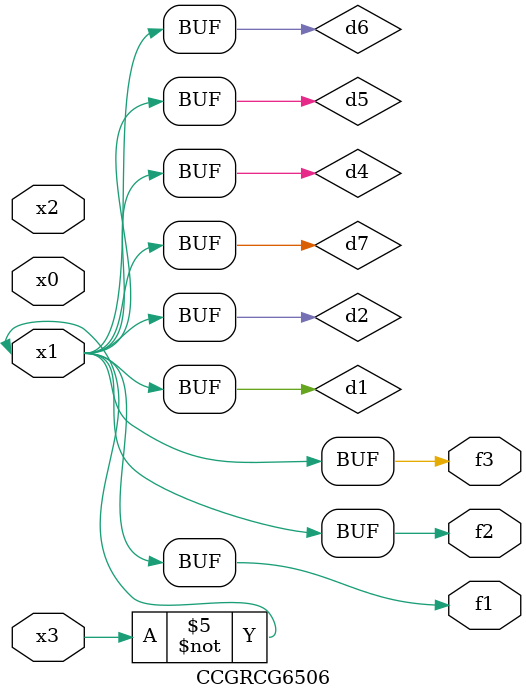
<source format=v>
module CCGRCG6506(
	input x0, x1, x2, x3,
	output f1, f2, f3
);

	wire d1, d2, d3, d4, d5, d6, d7;

	not (d1, x3);
	buf (d2, x1);
	xnor (d3, d1, d2);
	nor (d4, d1);
	buf (d5, d1, d2);
	buf (d6, d4, d5);
	nand (d7, d4);
	assign f1 = d6;
	assign f2 = d7;
	assign f3 = d6;
endmodule

</source>
